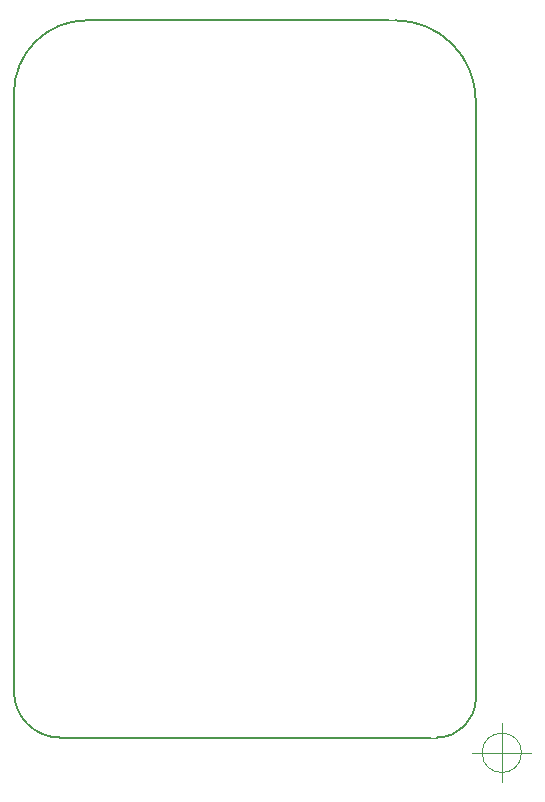
<source format=gbr>
%TF.GenerationSoftware,KiCad,Pcbnew,6.0.9-8da3e8f707~116~ubuntu20.04.1*%
%TF.CreationDate,2022-11-02T01:09:37+01:00*%
%TF.ProjectId,eleonora amianto 28bps,656c656f-6e6f-4726-9120-616d69616e74,rev?*%
%TF.SameCoordinates,Original*%
%TF.FileFunction,Profile,NP*%
%FSLAX46Y46*%
G04 Gerber Fmt 4.6, Leading zero omitted, Abs format (unit mm)*
G04 Created by KiCad (PCBNEW 6.0.9-8da3e8f707~116~ubuntu20.04.1) date 2022-11-02 01:09:37*
%MOMM*%
%LPD*%
G01*
G04 APERTURE LIST*
%TA.AperFunction,Profile*%
%ADD10C,0.160000*%
%TD*%
%TA.AperFunction,Profile*%
%ADD11C,0.100000*%
%TD*%
G04 APERTURE END LIST*
D10*
X92260511Y-80982798D02*
G75*
G03*
X86093068Y-87150240I-1J-6167442D01*
G01*
X86093068Y-137800000D02*
G75*
G03*
X90000000Y-141706932I3906932J0D01*
G01*
X92260511Y-80982796D02*
X117880865Y-80982796D01*
X125200000Y-87808863D02*
X125200000Y-138400000D01*
D11*
X121400000Y-141706932D02*
X121893068Y-141706932D01*
D10*
X121893068Y-141706900D02*
G75*
G03*
X125200000Y-138400000I32J3306900D01*
G01*
D11*
X117880865Y-80982796D02*
X118373933Y-80982796D01*
D10*
X125200004Y-87808863D02*
G75*
G03*
X118373933Y-80982796I-6826004J63D01*
G01*
X121400000Y-141706932D02*
X90000000Y-141706932D01*
X86093068Y-137800000D02*
X86093068Y-87150240D01*
D11*
X129066666Y-143000000D02*
G75*
G03*
X129066666Y-143000000I-1666666J0D01*
G01*
X124900000Y-143000000D02*
X129900000Y-143000000D01*
X127400000Y-140500000D02*
X127400000Y-145500000D01*
M02*

</source>
